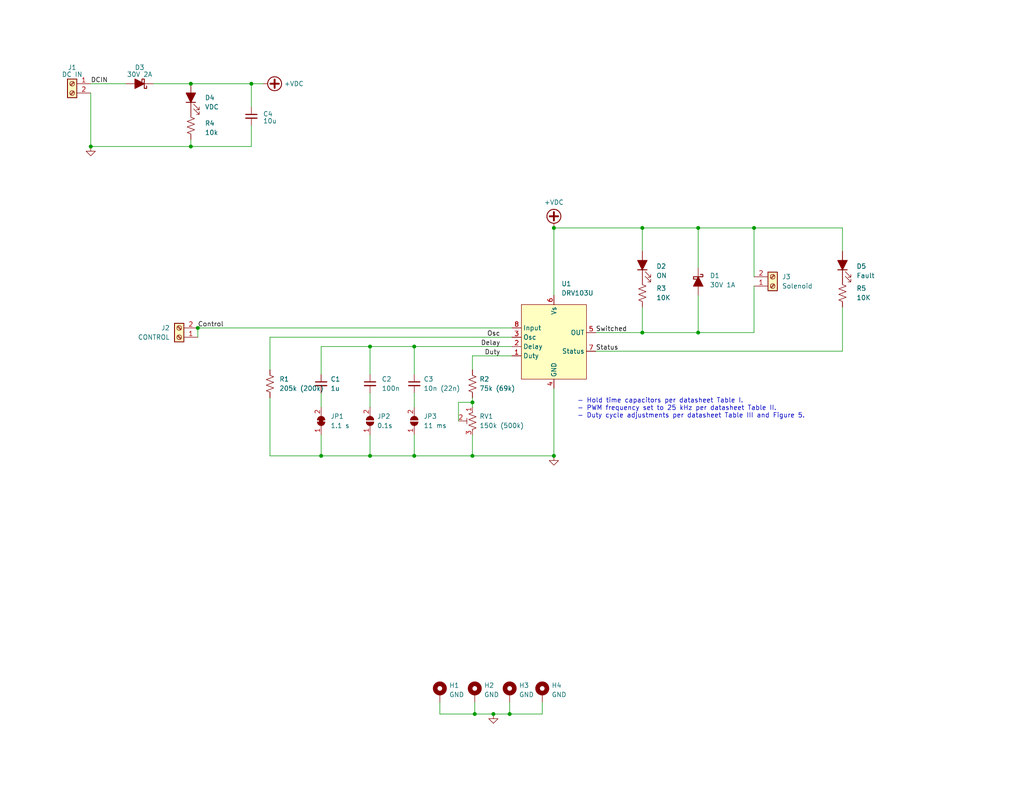
<source format=kicad_sch>
(kicad_sch (version 20211123) (generator eeschema)
  (paper "USLetter")
  (title_block (title "DRV103 Smart Solenoid Driver") (date "2022-07-23") (rev "v0") (company "Winterbloom") (comment 1 "Alethea Flowers") (comment 2 "CERN-OHL-P V2"))
  (lib_symbols
    (symbol "Connector:Screw_Terminal_01x02" (pin_names (offset 1.016) hide)
      (property "Reference" "J" (at 0 2.54 0))
      (property "Value" "Screw_Terminal_01x02" (at 0 -5.08 0))
      (symbol "Screw_Terminal_01x02_1_1"
        (rectangle (start -1.27 1.27) (end 1.27 -3.81) (stroke (width 0.254)) (fill (type background)))
        (circle (center 0 -2.54) (radius 0.635) (stroke (width 0.1524)))
        (polyline (pts (xy -0.5334 -2.2098) (xy 0.3302 -3.048)) (stroke (width 0.1524)))
        (polyline (pts (xy -0.5334 0.3302) (xy 0.3302 -0.508)) (stroke (width 0.1524)))
        (polyline (pts (xy -0.3556 -2.032) (xy 0.508 -2.8702)) (stroke (width 0.1524)))
        (polyline (pts (xy -0.3556 0.508) (xy 0.508 -0.3302)) (stroke (width 0.1524)))
        (circle (center 0 0) (radius 0.635) (stroke (width 0.1524)))
        (pin passive line (at -5.08 0 0) (length 3.81) (name "Pin_1") (number "1"))
        (pin passive line (at -5.08 -2.54 0) (length 3.81) (name "Pin_2") (number "2"))
      )
    )
    (symbol "Device:C_Small" (pin_numbers hide) (pin_names (offset 0.254) hide)
      (property "Reference" "C" (at 0.254 1.778 0))
      (property "Value" "C_Small" (at 0.254 -2.032 0))
      (symbol "C_Small_0_1"
        (polyline (pts (xy -1.524 -0.508) (xy 1.524 -0.508)) (stroke (width 0.3302)))
        (polyline (pts (xy -1.524 0.508) (xy 1.524 0.508)) (stroke (width 0.3048)))
      )
      (symbol "C_Small_1_1"
        (pin passive line (at 0 2.54 270) (length 2.032) (name "~") (number "1"))
        (pin passive line (at 0 -2.54 90) (length 2.032) (name "~") (number "2"))
      )
    )
    (symbol "Device:D_Schottky_Filled" (pin_numbers hide) (pin_names (offset 1.016) hide)
      (property "Reference" "D" (at 0 2.54 0))
      (property "Value" "D_Schottky_Filled" (at 0 -2.54 0))
      (symbol "D_Schottky_Filled_0_1"
        (polyline (pts (xy 1.27 0) (xy -1.27 0)))
        (polyline (pts (xy 1.27 1.27) (xy 1.27 -1.27) (xy -1.27 0) (xy 1.27 1.27)) (stroke (width 0.254)) (fill (type outline)))
        (polyline (pts (xy -1.905 0.635) (xy -1.905 1.27) (xy -1.27 1.27) (xy -1.27 -1.27) (xy -0.635 -1.27) (xy -0.635 -0.635)) (stroke (width 0.254)))
      )
      (symbol "D_Schottky_Filled_1_1"
        (pin passive line (at -3.81 0 0) (length 2.54) (name "K") (number "1"))
        (pin passive line (at 3.81 0 180) (length 2.54) (name "A") (number "2"))
      )
    )
    (symbol "Device:LED_Filled" (pin_numbers hide) (pin_names (offset 1.016) hide)
      (property "Reference" "D" (at 0 2.54 0))
      (property "Value" "LED_Filled" (at 0 -2.54 0))
      (symbol "LED_Filled_0_1"
        (polyline (pts (xy -1.27 -1.27) (xy -1.27 1.27)) (stroke (width 0.254)))
        (polyline (pts (xy -1.27 0) (xy 1.27 0)))
        (polyline (pts (xy 1.27 -1.27) (xy 1.27 1.27) (xy -1.27 0) (xy 1.27 -1.27)) (stroke (width 0.254)) (fill (type outline)))
        (polyline (pts (xy -3.048 -0.762) (xy -4.572 -2.286) (xy -3.81 -2.286) (xy -4.572 -2.286) (xy -4.572 -1.524)))
        (polyline (pts (xy -1.778 -0.762) (xy -3.302 -2.286) (xy -2.54 -2.286) (xy -3.302 -2.286) (xy -3.302 -1.524)))
      )
      (symbol "LED_Filled_1_1"
        (pin passive line (at -3.81 0 0) (length 2.54) (name "K") (number "1"))
        (pin passive line (at 3.81 0 180) (length 2.54) (name "A") (number "2"))
      )
    )
    (symbol "Device:R_Potentiometer_Trim_US" (pin_names (offset 1.016) hide)
      (property "Reference" "RV" (at -4.445 0 90))
      (property "Value" "R_Potentiometer_Trim_US" (at -2.54 0 90))
      (symbol "R_Potentiometer_Trim_US_0_1"
        (polyline (pts (xy 0 -2.286) (xy 0 -2.54)))
        (polyline (pts (xy 0 2.286) (xy 0 2.54)))
        (polyline (pts (xy 1.524 0.762) (xy 1.524 -0.762)))
        (polyline (pts (xy 2.54 0) (xy 1.524 0)))
        (polyline (pts (xy 0 -0.762) (xy 1.016 -1.143) (xy 0 -1.524) (xy -1.016 -1.905) (xy 0 -2.286)))
        (polyline (pts (xy 0 0.762) (xy 1.016 0.381) (xy 0 0) (xy -1.016 -0.381) (xy 0 -0.762)))
        (polyline (pts (xy 0 2.286) (xy 1.016 1.905) (xy 0 1.524) (xy -1.016 1.143) (xy 0 0.762)))
      )
      (symbol "R_Potentiometer_Trim_US_1_1"
        (pin passive line (at 0 3.81 270) (length 1.27) (name "1") (number "1"))
        (pin passive line (at 3.81 0 180) (length 1.27) (name "2") (number "2"))
        (pin passive line (at 0 -3.81 90) (length 1.27) (name "3") (number "3"))
      )
    )
    (symbol "Device:R_US" (pin_numbers hide) (pin_names (offset 0))
      (property "Reference" "R" (at 2.54 0 90))
      (property "Value" "R_US" (at -2.54 0 90))
      (symbol "R_US_0_1"
        (polyline (pts (xy 0 -2.286) (xy 0 -2.54)))
        (polyline (pts (xy 0 2.286) (xy 0 2.54)))
        (polyline (pts (xy 0 -0.762) (xy 1.016 -1.143) (xy 0 -1.524) (xy -1.016 -1.905) (xy 0 -2.286)))
        (polyline (pts (xy 0 0.762) (xy 1.016 0.381) (xy 0 0) (xy -1.016 -0.381) (xy 0 -0.762)))
        (polyline (pts (xy 0 2.286) (xy 1.016 1.905) (xy 0 1.524) (xy -1.016 1.143) (xy 0 0.762)))
      )
      (symbol "R_US_1_1"
        (pin passive line (at 0 3.81 270) (length 1.27) (name "~") (number "1"))
        (pin passive line (at 0 -3.81 90) (length 1.27) (name "~") (number "2"))
      )
    )
    (symbol "Jumper:SolderJumper_2_Bridged" (pin_names (offset 0) hide)
      (property "Reference" "JP" (at 0 2.032 0))
      (property "Value" "SolderJumper_2_Bridged" (at 0 -2.54 0))
      (symbol "SolderJumper_2_Bridged_0_1"
        (rectangle (start -0.508 0.508) (end 0.508 -0.508) (fill (type outline)))
        (arc (start -0.254 1.016) (mid -1.27 0) (end -0.254 -1.016))
        (arc (start -0.254 1.016) (mid -1.27 0) (end -0.254 -1.016) (fill (type outline)))
        (polyline (pts (xy -0.254 1.016) (xy -0.254 -1.016)))
        (polyline (pts (xy 0.254 1.016) (xy 0.254 -1.016)))
        (arc (start 0.254 -1.016) (mid 1.27 0) (end 0.254 1.016))
        (arc (start 0.254 -1.016) (mid 1.27 0) (end 0.254 1.016) (fill (type outline)))
      )
      (symbol "SolderJumper_2_Bridged_1_1"
        (pin passive line (at -3.81 0 0) (length 2.54) (name "A") (number "1"))
        (pin passive line (at 3.81 0 180) (length 2.54) (name "B") (number "2"))
      )
    )
    (symbol "Jumper:SolderJumper_2_Open" (pin_names (offset 0) hide)
      (property "Reference" "JP" (at 0 2.032 0))
      (property "Value" "SolderJumper_2_Open" (at 0 -2.54 0))
      (symbol "SolderJumper_2_Open_0_1"
        (arc (start -0.254 1.016) (mid -1.27 0) (end -0.254 -1.016))
        (arc (start -0.254 1.016) (mid -1.27 0) (end -0.254 -1.016) (fill (type outline)))
        (polyline (pts (xy -0.254 1.016) (xy -0.254 -1.016)))
        (polyline (pts (xy 0.254 1.016) (xy 0.254 -1.016)))
        (arc (start 0.254 -1.016) (mid 1.27 0) (end 0.254 1.016))
        (arc (start 0.254 -1.016) (mid 1.27 0) (end 0.254 1.016) (fill (type outline)))
      )
      (symbol "SolderJumper_2_Open_1_1"
        (pin passive line (at -3.81 0 0) (length 2.54) (name "A") (number "1"))
        (pin passive line (at 3.81 0 180) (length 2.54) (name "B") (number "2"))
      )
    )
    (symbol "Mechanical:MountingHole_Pad" (pin_numbers hide) (pin_names (offset 1.016) hide)
      (property "Reference" "H" (at 0 6.35 0))
      (property "Value" "MountingHole_Pad" (at 0 4.445 0))
      (symbol "MountingHole_Pad_0_1"
        (circle (center 0 1.27) (radius 1.27) (stroke (width 1.27)))
      )
      (symbol "MountingHole_Pad_1_1"
        (pin input line (at 0 -2.54 90) (length 2.54) (name "1") (number "1"))
      )
    )
    (symbol "power:+VDC" (power) (pin_names (offset 0))
      (property "Value" "+VDC" (at 0 6.35 0))
      (symbol "+VDC_0_1"
        (polyline (pts (xy -1.143 3.175) (xy 1.143 3.175)) (stroke (width 0.508)))
        (polyline (pts (xy 0 0) (xy 0 1.27)))
        (polyline (pts (xy 0 2.032) (xy 0 4.318)) (stroke (width 0.508)))
        (circle (center 0 3.175) (radius 1.905) (stroke (width 0.254)))
      )
      (symbol "+VDC_1_1"
        (pin power_in line (at 0 0 90) (length 0) hide (name "+VDC") (number "1"))
      )
    )
    (symbol "power:GND" (power) (pin_names (offset 0))
      (property "Value" "GND" (at 0 -3.81 0))
      (symbol "GND_0_1"
        (polyline (pts (xy 0 0) (xy 0 -1.27) (xy 1.27 -1.27) (xy 0 -2.54) (xy -1.27 -1.27) (xy 0 -1.27)))
      )
      (symbol "GND_1_1"
        (pin power_in line (at 0 0 270) (length 0) hide (name "GND") (number "1"))
      )
    )
    (symbol "winterbloom:DRV103U"
      (property "Reference" "U" (at -8.89 11.43 0))
      (property "Value" "DRV103U" (at 1.27 -11.43 0))
      (symbol "DRV103U_0_0"
        (pin input line (at -11.43 -3.81 0) (length 2.54) (name "Duty") (number "1"))
        (pin input line (at -11.43 -1.27 0) (length 2.54) (name "Delay") (number "2"))
        (pin input line (at -11.43 1.27 0) (length 2.54) (name "Osc") (number "3"))
        (pin power_in line (at 0 -12.7 90) (length 2.54) (name "GND") (number "4"))
        (pin power_out line (at 11.43 2.54 180) (length 2.54) (name "OUT") (number "5"))
        (pin power_in line (at 0 12.7 270) (length 2.54) (name "Vs") (number "6"))
        (pin output line (at 11.43 -2.54 180) (length 2.54) (name "Status") (number "7"))
        (pin input line (at -11.43 3.81 0) (length 2.54) (name "Input") (number "8"))
      )
      (symbol "DRV103U_0_1"
        (rectangle (start -8.89 10.16) (end 8.89 -10.16) (fill (type background)))
      )
    )
  )
  (junction (at 151.13 62.23))
  (junction (at 139.065 194.945))
  (junction (at 205.74 62.23))
  (junction (at 128.905 124.46))
  (junction (at 128.905 109.855))
  (junction (at 113.03 94.615))
  (junction (at 113.03 124.46))
  (junction (at 129.54 194.945))
  (junction (at 52.07 40.005))
  (junction (at 100.965 94.615))
  (junction (at 68.58 22.86))
  (junction (at 175.26 90.805))
  (junction (at 134.62 194.945))
  (junction (at 190.5 62.23))
  (junction (at 190.5 90.805))
  (junction (at 53.975 89.535))
  (junction (at 100.965 124.46))
  (junction (at 151.13 124.46))
  (junction (at 87.63 124.46))
  (junction (at 52.07 22.86))
  (junction (at 24.765 40.005))
  (junction (at 175.26 62.23))
  (wire (pts (xy 129.54 191.77) (xy 129.54 194.945)))
  (wire (pts (xy 87.63 94.615) (xy 87.63 102.235)))
  (wire (pts (xy 205.74 62.23) (xy 205.74 75.565)))
  (wire (pts (xy 73.66 108.585) (xy 73.66 124.46)))
  (wire (pts (xy 87.63 118.745) (xy 87.63 124.46)))
  (wire (pts (xy 175.26 83.82) (xy 175.26 90.805)))
  (wire (pts (xy 100.965 118.745) (xy 100.965 124.46)))
  (wire (pts (xy 24.765 40.005) (xy 24.765 25.4)))
  (wire (pts (xy 73.66 92.075) (xy 139.7 92.075)))
  (wire (pts (xy 24.765 22.86) (xy 34.29 22.86)))
  (wire (pts (xy 71.755 22.86) (xy 68.58 22.86)))
  (wire (pts (xy 128.905 118.745) (xy 128.905 124.46)))
  (wire (pts (xy 24.765 40.005) (xy 52.07 40.005)))
  (wire (pts (xy 128.905 109.855) (xy 128.905 111.125)))
  (wire (pts (xy 100.965 94.615) (xy 113.03 94.615)))
  (wire (pts (xy 128.905 124.46) (xy 151.13 124.46)))
  (wire (pts (xy 52.07 38.1) (xy 52.07 40.005)))
  (wire (pts (xy 100.965 124.46) (xy 113.03 124.46)))
  (wire (pts (xy 139.7 97.155) (xy 128.905 97.155)))
  (wire (pts (xy 229.87 62.23) (xy 229.87 68.58)))
  (wire (pts (xy 100.965 107.315) (xy 100.965 111.125)))
  (wire (pts (xy 113.03 124.46) (xy 128.905 124.46)))
  (wire (pts (xy 205.74 62.23) (xy 229.87 62.23)))
  (wire (pts (xy 113.03 94.615) (xy 113.03 102.235)))
  (wire (pts (xy 125.095 114.935) (xy 125.095 109.855)))
  (wire (pts (xy 175.26 90.805) (xy 190.5 90.805)))
  (wire (pts (xy 41.91 22.86) (xy 52.07 22.86)))
  (wire (pts (xy 113.03 94.615) (xy 139.7 94.615)))
  (wire (pts (xy 205.74 78.105) (xy 205.74 90.805)))
  (wire (pts (xy 190.5 62.23) (xy 205.74 62.23)))
  (wire (pts (xy 73.66 124.46) (xy 87.63 124.46)))
  (wire (pts (xy 68.58 40.005) (xy 52.07 40.005)))
  (wire (pts (xy 128.905 97.155) (xy 128.905 100.965)))
  (wire (pts (xy 134.62 194.945) (xy 139.065 194.945)))
  (wire (pts (xy 151.13 62.23) (xy 151.13 80.645)))
  (wire (pts (xy 53.975 89.535) (xy 53.975 92.075)))
  (wire (pts (xy 68.58 22.86) (xy 52.07 22.86)))
  (wire (pts (xy 190.5 90.805) (xy 205.74 90.805)))
  (wire (pts (xy 100.965 94.615) (xy 100.965 102.235)))
  (wire (pts (xy 125.095 109.855) (xy 128.905 109.855)))
  (wire (pts (xy 113.03 107.315) (xy 113.03 111.125)))
  (wire (pts (xy 68.58 34.29) (xy 68.58 40.005)))
  (wire (pts (xy 175.26 62.23) (xy 175.26 68.58)))
  (wire (pts (xy 147.955 194.945) (xy 147.955 191.77)))
  (wire (pts (xy 151.13 62.23) (xy 175.26 62.23)))
  (wire (pts (xy 53.975 89.535) (xy 139.7 89.535)))
  (wire (pts (xy 175.26 62.23) (xy 190.5 62.23)))
  (wire (pts (xy 190.5 80.645) (xy 190.5 90.805)))
  (wire (pts (xy 129.54 194.945) (xy 120.015 194.945)))
  (wire (pts (xy 139.065 191.77) (xy 139.065 194.945)))
  (wire (pts (xy 151.13 106.045) (xy 151.13 124.46)))
  (wire (pts (xy 128.905 109.855) (xy 128.905 108.585)))
  (wire (pts (xy 162.56 90.805) (xy 175.26 90.805)))
  (wire (pts (xy 162.56 95.885) (xy 229.87 95.885)))
  (wire (pts (xy 73.66 100.965) (xy 73.66 92.075)))
  (wire (pts (xy 113.03 118.745) (xy 113.03 124.46)))
  (wire (pts (xy 139.065 194.945) (xy 147.955 194.945)))
  (wire (pts (xy 229.87 95.885) (xy 229.87 83.82)))
  (wire (pts (xy 68.58 22.86) (xy 68.58 29.21)))
  (wire (pts (xy 87.63 107.315) (xy 87.63 111.125)))
  (wire (pts (xy 190.5 62.23) (xy 190.5 73.025)))
  (wire (pts (xy 120.015 194.945) (xy 120.015 191.77)))
  (wire (pts (xy 87.63 124.46) (xy 100.965 124.46)))
  (wire (pts (xy 87.63 94.615) (xy 100.965 94.615)))
  (wire (pts (xy 134.62 194.945) (xy 129.54 194.945)))
  (text "- Hold time capacitors per datasheet Table I.\n- PWM frequency set to 25 kHz per datasheet Table II.\n- Duty cycle adjustments per datasheet Table III and Figure 5." (at 157.48 114.3 0) (effects (font (size 1.27 1.27)) (justify left bottom)))
  (label "Osc" (at 136.525 92.075 180))
  (label "Status" (at 162.56 95.885 0))
  (label "DCIN" (at 24.765 22.86 0))
  (label "Control" (at 53.975 89.535 0))
  (label "Switched" (at 162.56 90.805 0))
  (label "Duty" (at 136.525 97.155 180))
  (label "Delay" (at 136.525 94.615 180))
  (symbol (lib_id "Device:C_Small") (at 68.58 31.75 0) (unit 1)
    (property "Reference" "C4" (at 71.755 31.115 0) (effects (justify left)))
    (property "Value" "10u" (at 71.755 33.02 0) (effects (justify left)))
    (property "Footprint" "Capacitor_SMD:C_0805_2012Metric_Pad1.18x1.45mm_HandSolder" (effects hide))
  )
  (symbol (lib_id "Mechanical:MountingHole_Pad") (at 147.955 189.23 0) (unit 1)
    (property "Reference" "H4" (at 150.495 187.1253 0) (effects (justify left)))
    (property "Value" "GND" (at 150.495 189.6622 0) (effects (justify left)))
    (property "Footprint" "MountingHole:MountingHole_3mm_Pad" (effects hide))
  )
  (symbol (lib_id "Mechanical:MountingHole_Pad") (at 139.065 189.23 0) (unit 1)
    (property "Reference" "H3" (at 141.605 187.1253 0) (effects (justify left)))
    (property "Value" "GND" (at 141.605 189.6622 0) (effects (justify left)))
    (property "Footprint" "MountingHole:MountingHole_3mm_Pad" (effects hide))
  )
  (symbol (lib_id "Device:R_US") (at 175.26 80.01 0) (unit 1)
    (property "Reference" "R3" (at 179.07 78.74 0) (effects (justify left)))
    (property "Value" "10K" (at 179.07 81.28 0) (effects (justify left)))
    (property "Footprint" "Resistor_SMD:R_0603_1608Metric_Pad0.98x0.95mm_HandSolder" (effects hide))
    (property "mpn" "AC0603FR-075K1L" (effects hide))
  )
  (symbol (lib_id "Device:R_US") (at 52.07 34.29 0) (unit 1)
    (property "Reference" "R4" (at 55.88 33.655 0) (effects (justify left)))
    (property "Value" "10k" (at 55.88 36.195 0) (effects (justify left)))
    (property "Footprint" "Resistor_SMD:R_0603_1608Metric_Pad0.98x0.95mm_HandSolder" (effects hide))
    (property "mpn" "AC0603FR-075K1L" (effects hide))
  )
  (symbol (lib_id "Mechanical:MountingHole_Pad") (at 129.54 189.23 0) (unit 1)
    (property "Reference" "H2" (at 132.08 187.1253 0) (effects (justify left)))
    (property "Value" "GND" (at 132.08 189.6622 0) (effects (justify left)))
    (property "Footprint" "MountingHole:MountingHole_3mm_Pad" (effects hide))
  )
  (symbol (lib_id "power:+VDC") (at 151.13 62.23 0) (unit 1)
    (property "Reference" "#PWR0101" (effects hide))
    (property "Value" "+VDC" (at 151.13 55.245 0))
  )
  (symbol (lib_id "Device:D_Schottky_Filled") (at 190.5 76.835 270) (unit 1)
    (property "Reference" "D1" (at 193.675 75.2474 90) (effects (justify left)))
    (property "Value" "30V 1A" (at 193.675 77.7874 90) (effects (justify left)))
    (property "Footprint" "Diode_SMD:D_SOD-128" (effects hide))
    (property "Datasheet" "https://www.digikey.com/en/products/detail/nexperia-usa-inc/PMEG3030EP-115/2228693" (effects hide))
  )
  (symbol (lib_id "Device:LED_Filled") (at 52.07 26.67 90) (unit 1)
    (property "Reference" "D4" (at 55.88 26.67 90) (effects (justify right)))
    (property "Value" "VDC" (at 55.88 29.21 90) (effects (justify right)))
    (property "Footprint" "winterbloom:LED_0805_Kingbright_APT2012" (effects hide))
    (property "mpn" "APT2012EC" (effects hide))
  )
  (symbol (lib_id "power:+VDC") (at 71.755 22.86 270) (unit 1)
    (property "Reference" "#PWR01" (effects hide))
    (property "Value" "+VDC" (at 77.47 22.86 90) (effects (justify left)))
  )
  (symbol (lib_id "Connector:Screw_Terminal_01x02") (at 19.685 22.86 0) (mirror y) (unit 1)
    (property "Reference" "J1" (at 19.685 18.415 0))
    (property "Value" "DC IN" (at 19.685 20.32 0))
    (property "Footprint" "winterbloom:TerminalBlock_4UCON_1x02_P3.50mm_Horizontal" (effects hide))
  )
  (symbol (lib_id "Mechanical:MountingHole_Pad") (at 120.015 189.23 0) (unit 1)
    (property "Reference" "H1" (at 122.555 187.1253 0) (effects (justify left)))
    (property "Value" "GND" (at 122.555 189.6622 0) (effects (justify left)))
    (property "Footprint" "MountingHole:MountingHole_3mm_Pad" (effects hide))
  )
  (symbol (lib_id "Jumper:SolderJumper_2_Open") (at 100.965 114.935 90) (unit 1)
    (property "Reference" "JP2" (at 102.87 113.6649 90) (effects (justify right)))
    (property "Value" "0.1s" (at 102.87 116.2049 90) (effects (justify right)))
    (property "Footprint" "Jumper:SolderJumper-2_P1.3mm_Open_RoundedPad1.0x1.5mm" (effects hide))
  )
  (symbol (lib_id "Connector:Screw_Terminal_01x02") (at 48.895 92.075 180) (unit 1)
    (property "Reference" "J2" (at 46.355 89.535 0) (effects (justify left)))
    (property "Value" "CONTROL" (at 46.355 92.075 0) (effects (justify left)))
    (property "Footprint" "winterbloom:TerminalBlock_4UCON_1x02_P3.50mm_Horizontal" (effects hide))
  )
  (symbol (lib_id "power:GND") (at 151.13 124.46 0) (unit 1)
    (property "Reference" "#PWR0102" (effects hide))
    (property "Value" "GND" (effects hide))
  )
  (symbol (lib_id "power:GND") (at 24.765 40.005 0) (unit 1)
    (property "Reference" "#PWR02" (effects hide))
    (property "Value" "GND" (effects hide))
  )
  (symbol (lib_id "Device:R_US") (at 229.87 80.01 0) (unit 1)
    (property "Reference" "R5" (at 233.68 78.74 0) (effects (justify left)))
    (property "Value" "10K" (at 233.68 81.28 0) (effects (justify left)))
    (property "Footprint" "Resistor_SMD:R_0603_1608Metric_Pad0.98x0.95mm_HandSolder" (effects hide))
    (property "mpn" "AC0603FR-075K1L" (effects hide))
  )
  (symbol (lib_id "Device:R_US") (at 128.905 104.775 180) (unit 1)
    (property "Reference" "R2" (at 130.81 103.5049 0) (effects (justify right)))
    (property "Value" "75k (69k)" (at 130.81 106.0449 0) (effects (justify right)))
    (property "Footprint" "Resistor_SMD:R_0603_1608Metric_Pad0.98x0.95mm_HandSolder" (effects hide))
  )
  (symbol (lib_id "Device:C_Small") (at 113.03 104.775 0) (unit 1)
    (property "Reference" "C3" (at 115.57 103.5112 0) (effects (justify left)))
    (property "Value" "10n (22n)" (at 115.57 106.0512 0) (effects (justify left)))
    (property "Footprint" "Capacitor_SMD:C_0603_1608Metric_Pad1.08x0.95mm_HandSolder" (effects hide))
  )
  (symbol (lib_id "winterbloom:DRV103U") (at 151.13 93.345 0) (unit 1)
    (property "Reference" "U1" (at 153.1494 77.47 0) (effects (justify left)))
    (property "Value" "DRV103U" (at 153.1494 80.01 0) (effects (justify left)))
    (property "Footprint" "Package_SO:SOIC-8_3.9x4.9mm_P1.27mm" (effects hide))
    (property "Datasheet" "https://www.ti.com/lit/ds/symlink/drv103.pdf" (effects hide))
    (property "mpn" "DRV103U" (effects hide))
  )
  (symbol (lib_id "Device:D_Schottky_Filled") (at 38.1 22.86 180) (unit 1)
    (property "Reference" "D3" (at 38.1 18.415 0))
    (property "Value" "30V 2A" (at 38.1 20.32 0))
    (property "Footprint" "Diode_SMD:D_SOD-128" (effects hide))
    (property "Datasheet" "https://www.digikey.com/en/products/detail/nexperia-usa-inc/PMEG3030EP-115/2228693" (effects hide))
  )
  (symbol (lib_id "Jumper:SolderJumper_2_Bridged") (at 87.63 114.935 90) (unit 1)
    (property "Reference" "JP1" (at 90.17 113.6649 90) (effects (justify right)))
    (property "Value" "1.1 s" (at 90.17 116.2049 90) (effects (justify right)))
    (property "Footprint" "Jumper:SolderJumper-2_P1.3mm_Bridged_RoundedPad1.0x1.5mm" (effects hide))
  )
  (symbol (lib_id "Device:C_Small") (at 100.965 104.775 0) (unit 1)
    (property "Reference" "C2" (at 104.14 103.5112 0) (effects (justify left)))
    (property "Value" "100n" (at 104.14 106.0512 0) (effects (justify left)))
    (property "Footprint" "Capacitor_SMD:C_0603_1608Metric_Pad1.08x0.95mm_HandSolder" (effects hide))
  )
  (symbol (lib_id "power:GND") (at 134.62 194.945 0) (unit 1)
    (property "Reference" "#PWR012" (effects hide))
    (property "Value" "GND" (effects hide))
  )
  (symbol (lib_id "Connector:Screw_Terminal_01x02") (at 210.82 78.105 0) (mirror x) (unit 1)
    (property "Reference" "J3" (at 213.36 75.565 0) (effects (justify left)))
    (property "Value" "Solenoid" (at 213.36 78.105 0) (effects (justify left)))
    (property "Footprint" "winterbloom:TerminalBlock_4UCON_1x02_P3.50mm_Horizontal" (effects hide))
  )
  (symbol (lib_id "Device:R_US") (at 73.66 104.775 180) (unit 1)
    (property "Reference" "R1" (at 76.2 103.5049 0) (effects (justify right)))
    (property "Value" "205k (200k)" (at 76.2 106.0449 0) (effects (justify right)))
    (property "Footprint" "Resistor_SMD:R_0603_1608Metric_Pad0.98x0.95mm_HandSolder" (effects hide))
  )
  (symbol (lib_id "Device:LED_Filled") (at 175.26 72.39 90) (unit 1)
    (property "Reference" "D2" (at 179.07 72.7074 90) (effects (justify right)))
    (property "Value" "ON" (at 179.07 75.2474 90) (effects (justify right)))
    (property "Footprint" "winterbloom:LED_0805_Kingbright_APT2012" (effects hide))
    (property "mpn" "APT2012EC" (effects hide))
  )
  (symbol (lib_id "Jumper:SolderJumper_2_Open") (at 113.03 114.935 90) (unit 1)
    (property "Reference" "JP3" (at 115.57 113.6649 90) (effects (justify right)))
    (property "Value" "11 ms" (at 115.57 116.2049 90) (effects (justify right)))
    (property "Footprint" "Jumper:SolderJumper-2_P1.3mm_Open_RoundedPad1.0x1.5mm" (effects hide))
  )
  (symbol (lib_id "Device:R_Potentiometer_Trim_US") (at 128.905 114.935 0) (mirror y) (unit 1)
    (property "Reference" "RV1" (at 130.81 113.6649 0) (effects (justify right)))
    (property "Value" "150k (500k)" (at 130.81 116.2049 0) (effects (justify right)))
    (property "Footprint" "Potentiometer_SMD:Potentiometer_Bourns_TC33X_Vertical" (effects hide))
    (property "mpn" "TC33X-2-504E" (effects hide))
  )
  (symbol (lib_id "Device:C_Small") (at 87.63 104.775 0) (unit 1)
    (property "Reference" "C1" (at 90.17 103.5112 0) (effects (justify left)))
    (property "Value" "1u" (at 90.17 106.0512 0) (effects (justify left)))
    (property "Footprint" "Capacitor_SMD:C_0603_1608Metric_Pad1.08x0.95mm_HandSolder" (effects hide))
  )
  (symbol (lib_id "Device:LED_Filled") (at 229.87 72.39 90) (unit 1)
    (property "Reference" "D5" (at 233.68 72.7074 90) (effects (justify right)))
    (property "Value" "Fault" (at 233.68 75.2474 90) (effects (justify right)))
    (property "Footprint" "winterbloom:LED_0805_Kingbright_APT2012" (effects hide))
    (property "mpn" "APT2012EC" (effects hide))
  )
)
</source>
